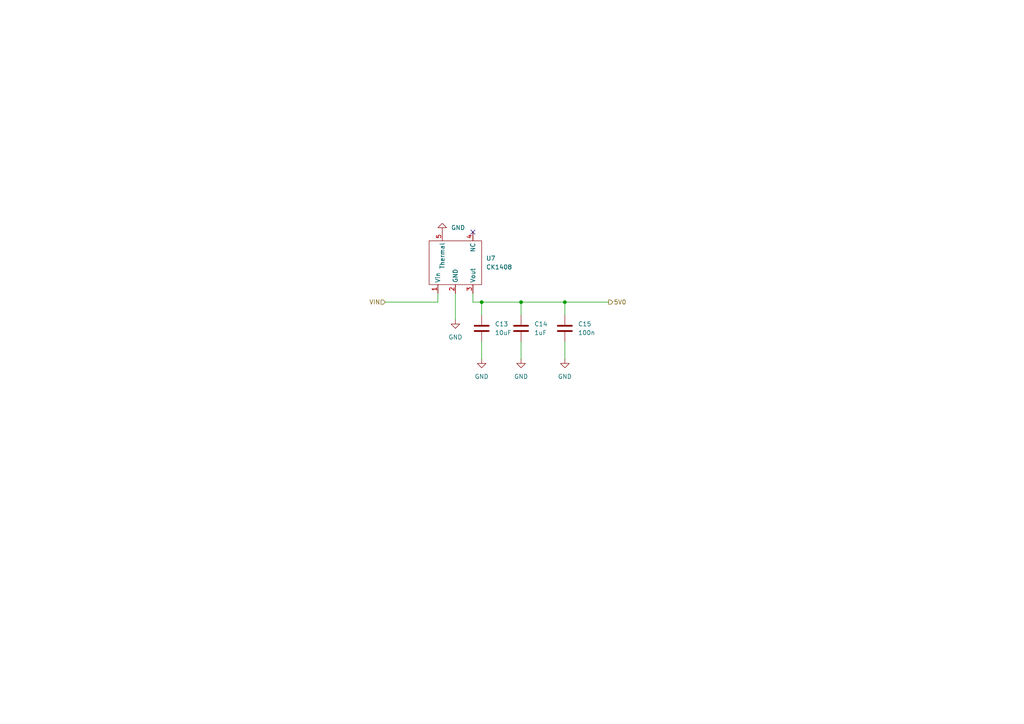
<source format=kicad_sch>
(kicad_sch (version 20211123) (generator eeschema)
  (paper "A4")
  (lib_symbols
    (symbol "Device:C" (pin_numbers hide) (pin_names (offset 0.254))
      (property "Reference" "C" (at 0.635 2.54 0))
      (property "Value" "C" (at 0.635 -2.54 0))
      (symbol "C_0_1"
        (polyline (pts (xy -2.032 -0.762) (xy 2.032 -0.762)) (stroke (width 0.508)))
        (polyline (pts (xy -2.032 0.762) (xy 2.032 0.762)) (stroke (width 0.508)))
      )
      (symbol "C_1_1"
        (pin passive line (at 0 3.81 270) (length 2.794) (name "~") (number "1"))
        (pin passive line (at 0 -3.81 90) (length 2.794) (name "~") (number "2"))
      )
    )
    (symbol "pcb_modules:CK1408"
      (property "Reference" "U" (at -13.97 1.27 0))
      (property "Value" "CK1408" (at -13.97 -1.27 0))
      (symbol "CK1408_0_0"
        (pin power_in line (at 0 -8.89 90) (length 2.54) (name "GND") (number "2"))
        (pin power_out line (at 5.08 -8.89 90) (length 2.54) (name "Vout") (number "3"))
        (pin passive line (at 5.08 8.89 270) (length 2.54) (name "NC") (number "4"))
        (pin passive line (at -3.81 8.89 270) (length 2.54) (name "Thermal") (number "5"))
      )
      (symbol "CK1408_0_1"
        (rectangle (start -7.62 6.35) (end 7.62 -6.35))
      )
      (symbol "CK1408_1_1"
        (pin power_in line (at -5.08 -8.89 90) (length 2.54) (name "Vin") (number "1"))
      )
    )
    (symbol "power:GND" (power) (pin_names (offset 0))
      (property "Value" "GND" (at 0 -3.81 0))
      (symbol "GND_0_1"
        (polyline (pts (xy 0 0) (xy 0 -1.27) (xy 1.27 -1.27) (xy 0 -2.54) (xy -1.27 -1.27) (xy 0 -1.27)))
      )
      (symbol "GND_1_1"
        (pin power_in line (at 0 0 270) (length 0) hide (name "GND") (number "1"))
      )
    )
  )
  (junction (at 163.83 87.63))
  (junction (at 139.7 87.63))
  (junction (at 151.13 87.63))
  (no_connect (at 137.16 67.31))
  (wire (pts (xy 163.83 87.63) (xy 176.53 87.63)))
  (wire (pts (xy 137.16 85.09) (xy 137.16 87.63)))
  (wire (pts (xy 139.7 87.63) (xy 139.7 91.44)))
  (wire (pts (xy 127 85.09) (xy 127 87.63)))
  (wire (pts (xy 163.83 87.63) (xy 163.83 91.44)))
  (wire (pts (xy 132.08 92.71) (xy 132.08 85.09)))
  (wire (pts (xy 151.13 87.63) (xy 163.83 87.63)))
  (wire (pts (xy 151.13 87.63) (xy 151.13 91.44)))
  (wire (pts (xy 139.7 87.63) (xy 151.13 87.63)))
  (wire (pts (xy 111.76 87.63) (xy 127 87.63)))
  (wire (pts (xy 139.7 104.14) (xy 139.7 99.06)))
  (wire (pts (xy 151.13 104.14) (xy 151.13 99.06)))
  (wire (pts (xy 137.16 87.63) (xy 139.7 87.63)))
  (wire (pts (xy 163.83 104.14) (xy 163.83 99.06)))
  (hierarchical_label "VIN" (shape input) (at 111.76 87.63 180))
  (hierarchical_label "5V0" (shape output) (at 176.53 87.63 0))
  (symbol (lib_id "Device:C") (at 163.83 95.25 0) (unit 1)
    (property "Reference" "C15" (at 167.64 93.9799 0) (effects (justify left)))
    (property "Value" "100n" (at 167.64 96.5199 0) (effects (justify left)))
    (property "Footprint" "Capacitor_SMD:C_0805_2012Metric" (effects hide))
  )
  (symbol (lib_id "power:GND") (at 128.27 67.31 180) (unit 1)
    (property "Reference" "#PWR?" (effects hide))
    (property "Value" "GND" (at 130.81 66.0399 0) (effects (justify right)))
  )
  (symbol (lib_id "Device:C") (at 151.13 95.25 0) (unit 1)
    (property "Reference" "C14" (at 154.94 93.9799 0) (effects (justify left)))
    (property "Value" "1uF" (at 154.94 96.5199 0) (effects (justify left)))
    (property "Footprint" "Capacitor_SMD:C_0805_2012Metric" (effects hide))
  )
  (symbol (lib_id "Device:C") (at 139.7 95.25 0) (unit 1)
    (property "Reference" "C13" (at 143.51 93.9799 0) (effects (justify left)))
    (property "Value" "10uF" (at 143.51 96.5199 0) (effects (justify left)))
    (property "Footprint" "Capacitor_SMD:C_0805_2012Metric" (effects hide))
  )
  (symbol (lib_id "power:GND") (at 151.13 104.14 0) (unit 1)
    (property "Reference" "#PWR063" (effects hide))
    (property "Value" "GND" (at 151.13 109.22 0))
  )
  (symbol (lib_id "power:GND") (at 132.08 92.71 0) (unit 1)
    (property "Reference" "#PWR060" (effects hide))
    (property "Value" "GND" (at 132.08 97.79 0))
  )
  (symbol (lib_id "power:GND") (at 163.83 104.14 0) (unit 1)
    (property "Reference" "#PWR064" (effects hide))
    (property "Value" "GND" (at 163.83 109.22 0))
  )
  (symbol (lib_id "pcb_modules:CK1408") (at 132.08 76.2 0) (unit 1)
    (property "Reference" "U7" (at 140.97 74.9299 0) (effects (justify left)))
    (property "Value" "CK1408" (at 140.97 77.4699 0) (effects (justify left)))
    (property "Footprint" "Pcb_Modules:CK1408" (effects hide))
  )
  (symbol (lib_id "power:GND") (at 139.7 104.14 0) (unit 1)
    (property "Reference" "#PWR062" (effects hide))
    (property "Value" "GND" (at 139.7 109.22 0))
  )
)
</source>
